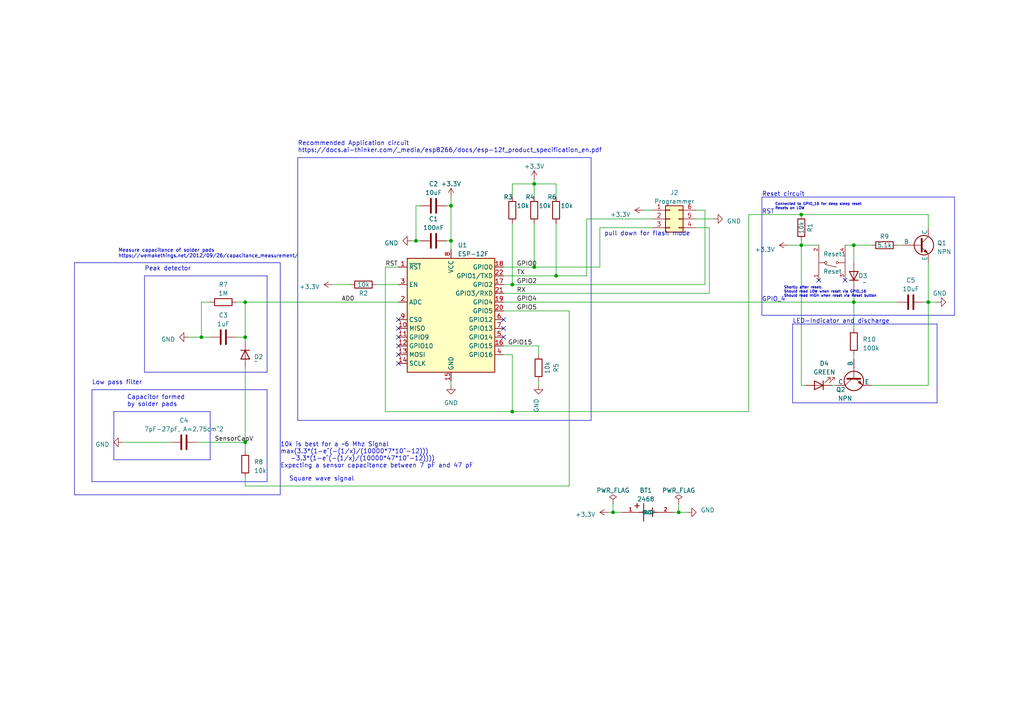
<source format=kicad_sch>
(kicad_sch (version 20230121) (generator eeschema)
  (paper "A4")
  (lib_symbols
    (symbol "Connector_Generic:Conn_02x03_Counter_Clockwise" (pin_names (offset 1.016) hide)
      (property "Reference" "J" (at 1.27 5.08 0))
      (property "Value" "Conn_02x03_Counter_Clockwise" (at 1.27 -5.08 0))
      (symbol "Conn_02x03_Counter_Clockwise_1_1"
        (rectangle (start -1.27 -2.413) (end 0 -2.667) (stroke (width 0.1524)))
        (rectangle (start -1.27 0.127) (end 0 -0.127) (stroke (width 0.1524)))
        (rectangle (start -1.27 2.667) (end 0 2.413) (stroke (width 0.1524)))
        (rectangle (start -1.27 3.81) (end 3.81 -3.81) (stroke (width 0.254)) (fill (type background)))
        (rectangle (start 3.81 -2.413) (end 2.54 -2.667) (stroke (width 0.1524)))
        (rectangle (start 3.81 0.127) (end 2.54 -0.127) (stroke (width 0.1524)))
        (rectangle (start 3.81 2.667) (end 2.54 2.413) (stroke (width 0.1524)))
        (pin passive line (at -5.08 2.54 0) (length 3.81) (name "Pin_1") (number "1"))
        (pin passive line (at -5.08 0 0) (length 3.81) (name "Pin_2") (number "2"))
        (pin passive line (at -5.08 -2.54 0) (length 3.81) (name "Pin_3") (number "3"))
        (pin passive line (at 7.62 -2.54 180) (length 3.81) (name "Pin_4") (number "4"))
        (pin passive line (at 7.62 0 180) (length 3.81) (name "Pin_5") (number "5"))
        (pin passive line (at 7.62 2.54 180) (length 3.81) (name "Pin_6") (number "6"))
      )
    )
    (symbol "Custom_Parts:2468" (pin_names (offset 1.016))
      (property "Reference" "BT" (at -3.81 3.81 0))
      (property "Value" "2468" (at 6.35 -5.08 0))
      (symbol "2468_0_0"
        (polyline (pts (xy -3.81 1.905) (xy -2.54 1.905)) (stroke (width 0.254)))
        (polyline (pts (xy -3.175 2.54) (xy -3.175 1.27)) (stroke (width 0.254)))
        (polyline (pts (xy -1.27 0) (xy -2.54 0)) (stroke (width 0.254)))
        (polyline (pts (xy -1.27 0) (xy -1.27 -2.54)) (stroke (width 0.254)))
        (polyline (pts (xy -1.27 2.54) (xy -1.27 0)) (stroke (width 0.254)))
        (polyline (pts (xy 1.27 0) (xy 1.27 -1.27)) (stroke (width 0.254)))
        (polyline (pts (xy 1.27 0) (xy 2.54 0)) (stroke (width 0.254)))
        (polyline (pts (xy 1.27 1.27) (xy 1.27 0)) (stroke (width 0.254)))
      )
      (symbol "2468_1_0"
        (pin power_in line (at -7.62 0 0) (length 5.08) (name "3.3V") (number "1"))
        (pin power_in line (at 7.62 0 180) (length 5.08) (name "GND") (number "2"))
      )
    )
    (symbol "Custom_Parts:TS-1187A-B-A-B" (pin_names hide)
      (property "Reference" "U" (at -5.08 1.27 0))
      (property "Value" "TS-1187A-B-A-B" (at 0 5.08 0))
      (symbol "TS-1187A-B-A-B_0_1"
        (circle (center 0 -2.794) (radius 0.3175) (fill (type background)))
        (polyline (pts (xy -2.54 -5.08) (xy 2.54 -5.08)))
        (polyline (pts (xy -2.54 2.54) (xy 2.54 2.54)))
        (polyline (pts (xy -0.508 0.762) (xy -1.27 -2.54)))
        (polyline (pts (xy 0 -3.302) (xy 0 -5.08)))
        (polyline (pts (xy 0 0.762) (xy 0 2.54)))
        (circle (center 0 0.508) (radius 0.3175) (fill (type background)))
      )
      (symbol "TS-1187A-B-A-B_1_1"
        (pin passive line (at -5.08 2.54 0) (length 2.54) (name "A") (number "1"))
        (pin passive line (at 5.08 2.54 180) (length 2.54) (name "B") (number "2"))
        (pin passive line (at -5.08 -5.08 0) (length 2.54) (name "C") (number "3"))
        (pin passive line (at 5.08 -5.08 180) (length 2.54) (name "D") (number "4"))
      )
    )
    (symbol "Device:C" (pin_numbers hide) (pin_names (offset 0.254))
      (property "Reference" "C" (at 0.635 2.54 0))
      (property "Value" "C" (at 0.635 -2.54 0))
      (symbol "C_0_1"
        (polyline (pts (xy -2.032 -0.762) (xy 2.032 -0.762)) (stroke (width 0.508)))
        (polyline (pts (xy -2.032 0.762) (xy 2.032 0.762)) (stroke (width 0.508)))
      )
      (symbol "C_1_1"
        (pin passive line (at 0 3.81 270) (length 2.794) (name "~") (number "1"))
        (pin passive line (at 0 -3.81 90) (length 2.794) (name "~") (number "2"))
      )
    )
    (symbol "Device:D" (pin_numbers hide) (pin_names (offset 1.016) hide)
      (property "Reference" "D" (at 0 2.54 0))
      (property "Value" "D" (at 0 -2.54 0))
      (symbol "D_0_1"
        (polyline (pts (xy -1.27 1.27) (xy -1.27 -1.27)) (stroke (width 0.254)))
        (polyline (pts (xy 1.27 0) (xy -1.27 0)))
        (polyline (pts (xy 1.27 1.27) (xy 1.27 -1.27) (xy -1.27 0) (xy 1.27 1.27)) (stroke (width 0.254)))
      )
      (symbol "D_1_1"
        (pin passive line (at -3.81 0 0) (length 2.54) (name "K") (number "1"))
        (pin passive line (at 3.81 0 180) (length 2.54) (name "A") (number "2"))
      )
    )
    (symbol "Device:LED" (pin_numbers hide) (pin_names (offset 1.016) hide)
      (property "Reference" "D" (at 0 2.54 0))
      (property "Value" "LED" (at 0 -2.54 0))
      (symbol "LED_0_1"
        (polyline (pts (xy -1.27 -1.27) (xy -1.27 1.27)) (stroke (width 0.254)))
        (polyline (pts (xy -1.27 0) (xy 1.27 0)))
        (polyline (pts (xy 1.27 -1.27) (xy 1.27 1.27) (xy -1.27 0) (xy 1.27 -1.27)) (stroke (width 0.254)))
        (polyline (pts (xy -3.048 -0.762) (xy -4.572 -2.286) (xy -3.81 -2.286) (xy -4.572 -2.286) (xy -4.572 -1.524)))
        (polyline (pts (xy -1.778 -0.762) (xy -3.302 -2.286) (xy -2.54 -2.286) (xy -3.302 -2.286) (xy -3.302 -1.524)))
      )
      (symbol "LED_1_1"
        (pin passive line (at -3.81 0 0) (length 2.54) (name "K") (number "1"))
        (pin passive line (at 3.81 0 180) (length 2.54) (name "A") (number "2"))
      )
    )
    (symbol "Device:R" (pin_numbers hide) (pin_names (offset 0))
      (property "Reference" "R" (at 2.032 0 90))
      (property "Value" "R" (at 0 0 90))
      (symbol "R_0_1"
        (rectangle (start -1.016 -2.54) (end 1.016 2.54) (stroke (width 0.254)))
      )
      (symbol "R_1_1"
        (pin passive line (at 0 3.81 270) (length 1.27) (name "~") (number "1"))
        (pin passive line (at 0 -3.81 90) (length 1.27) (name "~") (number "2"))
      )
    )
    (symbol "RF_Module:ESP-12F"
      (property "Reference" "U" (at -12.7 19.05 0))
      (property "Value" "ESP-12F" (at 12.7 19.05 0))
      (symbol "ESP-12F_0_1"
        (rectangle (start -12.7 17.78) (end 12.7 -15.24) (stroke (width 0.254)) (fill (type background)))
      )
      (symbol "ESP-12F_1_1"
        (pin input line (at -15.24 15.24 0) (length 2.54) (name "~{RST}") (number "1"))
        (pin bidirectional line (at -15.24 -2.54 0) (length 2.54) (name "MISO") (number "10"))
        (pin bidirectional line (at -15.24 -5.08 0) (length 2.54) (name "GPIO9") (number "11"))
        (pin bidirectional line (at -15.24 -7.62 0) (length 2.54) (name "GPIO10") (number "12"))
        (pin bidirectional line (at -15.24 -10.16 0) (length 2.54) (name "MOSI") (number "13"))
        (pin bidirectional line (at -15.24 -12.7 0) (length 2.54) (name "SCLK") (number "14"))
        (pin power_in line (at 0 -17.78 90) (length 2.54) (name "GND") (number "15"))
        (pin bidirectional line (at 15.24 -7.62 180) (length 2.54) (name "GPIO15") (number "16"))
        (pin bidirectional line (at 15.24 10.16 180) (length 2.54) (name "GPIO2") (number "17"))
        (pin bidirectional line (at 15.24 15.24 180) (length 2.54) (name "GPIO0") (number "18"))
        (pin bidirectional line (at 15.24 5.08 180) (length 2.54) (name "GPIO4") (number "19"))
        (pin input line (at -15.24 5.08 0) (length 2.54) (name "ADC") (number "2"))
        (pin bidirectional line (at 15.24 2.54 180) (length 2.54) (name "GPIO5") (number "20"))
        (pin bidirectional line (at 15.24 7.62 180) (length 2.54) (name "GPIO3/RXD") (number "21"))
        (pin bidirectional line (at 15.24 12.7 180) (length 2.54) (name "GPIO1/TXD") (number "22"))
        (pin input line (at -15.24 10.16 0) (length 2.54) (name "EN") (number "3"))
        (pin bidirectional line (at 15.24 -10.16 180) (length 2.54) (name "GPIO16") (number "4"))
        (pin bidirectional line (at 15.24 -5.08 180) (length 2.54) (name "GPIO14") (number "5"))
        (pin bidirectional line (at 15.24 0 180) (length 2.54) (name "GPIO12") (number "6"))
        (pin bidirectional line (at 15.24 -2.54 180) (length 2.54) (name "GPIO13") (number "7"))
        (pin power_in line (at 0 20.32 270) (length 2.54) (name "VCC") (number "8"))
        (pin input line (at -15.24 0 0) (length 2.54) (name "CS0") (number "9"))
      )
    )
    (symbol "Simulation_SPICE:NPN" (pin_numbers hide) (pin_names (offset 0))
      (property "Reference" "Q" (at -2.54 7.62 0))
      (property "Value" "NPN" (at -2.54 5.08 0))
      (symbol "NPN_0_1"
        (polyline (pts (xy -2.54 0) (xy 0.635 0)) (stroke (width 0.1524)))
        (polyline (pts (xy 0.635 0.635) (xy 2.54 2.54)))
        (polyline (pts (xy 2.794 -1.27) (xy 2.794 -1.27)) (stroke (width 0.1524)))
        (polyline (pts (xy 2.794 -1.27) (xy 2.794 -1.27)) (stroke (width 0.1524)))
        (polyline (pts (xy 0.635 -0.635) (xy 2.54 -2.54) (xy 2.54 -2.54)))
        (polyline (pts (xy 0.635 1.905) (xy 0.635 -1.905) (xy 0.635 -1.905)) (stroke (width 0.508)))
        (polyline (pts (xy 1.27 -1.778) (xy 1.778 -1.27) (xy 2.286 -2.286) (xy 1.27 -1.778) (xy 1.27 -1.778)) (fill (type outline)))
        (circle (center 1.27 0) (radius 2.8194) (stroke (width 0.254)))
      )
      (symbol "NPN_1_1"
        (pin open_collector line (at 2.54 5.08 270) (length 2.54) (name "C") (number "1"))
        (pin input line (at -5.08 0 0) (length 2.54) (name "B") (number "2"))
        (pin open_emitter line (at 2.54 -5.08 90) (length 2.54) (name "E") (number "3"))
      )
    )
    (symbol "power:+3.3V" (power) (pin_names (offset 0))
      (property "Value" "+3.3V" (at 0 3.556 0))
      (symbol "+3.3V_0_1"
        (polyline (pts (xy -0.762 1.27) (xy 0 2.54)))
        (polyline (pts (xy 0 0) (xy 0 2.54)))
        (polyline (pts (xy 0 2.54) (xy 0.762 1.27)))
      )
      (symbol "+3.3V_1_1"
        (pin power_in line (at 0 0 90) (length 0) hide (name "+3.3V") (number "1"))
      )
    )
    (symbol "power:GND" (power) (pin_names (offset 0))
      (property "Value" "GND" (at 0 -3.81 0))
      (symbol "GND_0_1"
        (polyline (pts (xy 0 0) (xy 0 -1.27) (xy 1.27 -1.27) (xy 0 -2.54) (xy -1.27 -1.27) (xy 0 -1.27)))
      )
      (symbol "GND_1_1"
        (pin power_in line (at 0 0 270) (length 0) hide (name "GND") (number "1"))
      )
    )
    (symbol "power:PWR_FLAG" (power) (pin_numbers hide) (pin_names (offset 0) hide)
      (property "Value" "PWR_FLAG" (at 0 3.81 0))
      (symbol "PWR_FLAG_0_0"
        (pin power_out line (at 0 0 90) (length 0) (name "pwr") (number "1"))
      )
      (symbol "PWR_FLAG_0_1"
        (polyline (pts (xy 0 0) (xy 0 1.27) (xy -1.016 1.905) (xy 0 2.54) (xy 1.016 1.905) (xy 0 1.27)))
      )
    )
  )
  (junction (at 154.94 77.47))
  (junction (at 130.81 69.85))
  (junction (at 161.29 80.01))
  (junction (at 196.85 148.59))
  (junction (at 247.65 87.63))
  (junction (at 232.41 71.12))
  (junction (at 120.65 69.85))
  (junction (at 148.59 82.55))
  (junction (at 58.42 97.79))
  (junction (at 269.24 87.63))
  (junction (at 154.94 53.34))
  (junction (at 232.41 62.23))
  (junction (at 148.59 119.38))
  (junction (at 71.12 128.27))
  (junction (at 247.65 71.12))
  (junction (at 71.12 97.79))
  (junction (at 177.8 148.59))
  (junction (at 130.81 59.69))
  (junction (at 71.12 87.63))
  (no_connect (at 245.11 81.28))
  (no_connect (at 115.57 105.41))
  (no_connect (at 115.57 97.79))
  (no_connect (at 115.57 102.87))
  (no_connect (at 146.05 95.25))
  (no_connect (at 237.49 81.28))
  (no_connect (at 115.57 92.71))
  (no_connect (at 115.57 100.33))
  (no_connect (at 146.05 92.71))
  (no_connect (at 146.05 97.79))
  (no_connect (at 115.57 95.25))
  (wire (pts (xy 120.65 69.85) (xy 121.92 69.85)))
  (polyline (pts (xy 26.67 139.7) (xy 77.47 139.7)))
  (polyline (pts (xy 33.02 119.38) (xy 33.02 133.35)))
  (wire (pts (xy 269.24 62.23) (xy 269.24 66.04)))
  (wire (pts (xy 205.74 66.04) (xy 205.74 85.09)))
  (wire (pts (xy 148.59 64.77) (xy 148.59 82.55)))
  (wire (pts (xy 154.94 64.77) (xy 154.94 77.47)))
  (wire (pts (xy 148.59 82.55) (xy 204.47 82.55)))
  (wire (pts (xy 146.05 87.63) (xy 247.65 87.63)))
  (wire (pts (xy 148.59 102.87) (xy 148.59 119.38)))
  (wire (pts (xy 111.76 77.47) (xy 111.76 119.38)))
  (polyline (pts (xy 60.96 133.35) (xy 60.96 119.38)))
  (polyline (pts (xy 276.86 91.44) (xy 220.98 91.44)))
  (wire (pts (xy 232.41 62.23) (xy 269.24 62.23)))
  (wire (pts (xy 186.69 60.96) (xy 189.23 60.96)))
  (wire (pts (xy 245.11 71.12) (xy 247.65 71.12)))
  (wire (pts (xy 247.65 71.12) (xy 252.73 71.12)))
  (polyline (pts (xy 21.59 76.2) (xy 81.28 76.2)))
  (wire (pts (xy 156.21 102.87) (xy 156.21 100.33)))
  (wire (pts (xy 58.42 97.79) (xy 60.96 97.79)))
  (wire (pts (xy 109.22 82.55) (xy 115.57 82.55)))
  (wire (pts (xy 71.12 138.43) (xy 71.12 140.97)))
  (wire (pts (xy 177.8 146.05) (xy 177.8 148.59)))
  (wire (pts (xy 232.41 69.85) (xy 232.41 71.12)))
  (wire (pts (xy 130.81 57.15) (xy 130.81 59.69)))
  (wire (pts (xy 269.24 87.63) (xy 269.24 111.76)))
  (wire (pts (xy 119.38 69.85) (xy 120.65 69.85)))
  (wire (pts (xy 247.65 87.63) (xy 247.65 95.25)))
  (wire (pts (xy 196.85 148.59) (xy 199.39 148.59)))
  (wire (pts (xy 57.15 128.27) (xy 71.12 128.27)))
  (wire (pts (xy 217.17 62.23) (xy 232.41 62.23)))
  (wire (pts (xy 232.41 111.76) (xy 233.68 111.76)))
  (wire (pts (xy 195.58 148.59) (xy 196.85 148.59)))
  (polyline (pts (xy 271.78 93.98) (xy 271.78 116.84)))
  (wire (pts (xy 247.65 83.82) (xy 247.65 87.63)))
  (polyline (pts (xy 271.78 116.84) (xy 229.87 116.84)))
  (wire (pts (xy 196.85 146.05) (xy 196.85 148.59)))
  (wire (pts (xy 146.05 102.87) (xy 148.59 102.87)))
  (wire (pts (xy 129.54 59.69) (xy 130.81 59.69)))
  (wire (pts (xy 232.41 71.12) (xy 232.41 111.76)))
  (wire (pts (xy 68.58 87.63) (xy 71.12 87.63)))
  (polyline (pts (xy 21.59 143.51) (xy 81.28 143.51)))
  (wire (pts (xy 120.65 59.69) (xy 120.65 69.85)))
  (wire (pts (xy 96.52 82.55) (xy 101.6 82.55)))
  (wire (pts (xy 71.12 87.63) (xy 115.57 87.63)))
  (wire (pts (xy 161.29 80.01) (xy 170.18 80.01)))
  (wire (pts (xy 154.94 77.47) (xy 173.99 77.47)))
  (wire (pts (xy 60.96 87.63) (xy 58.42 87.63)))
  (wire (pts (xy 252.73 111.76) (xy 269.24 111.76)))
  (wire (pts (xy 154.94 53.34) (xy 154.94 57.15)))
  (wire (pts (xy 165.1 90.17) (xy 165.1 140.97)))
  (wire (pts (xy 177.8 148.59) (xy 180.34 148.59)))
  (wire (pts (xy 54.61 97.79) (xy 58.42 97.79)))
  (wire (pts (xy 232.41 71.12) (xy 237.49 71.12)))
  (wire (pts (xy 146.05 90.17) (xy 165.1 90.17)))
  (wire (pts (xy 148.59 53.34) (xy 148.59 57.15)))
  (wire (pts (xy 241.3 111.76) (xy 242.57 111.76)))
  (wire (pts (xy 201.93 60.96) (xy 204.47 60.96)))
  (wire (pts (xy 146.05 77.47) (xy 154.94 77.47)))
  (wire (pts (xy 121.92 59.69) (xy 120.65 59.69)))
  (wire (pts (xy 111.76 77.47) (xy 115.57 77.47)))
  (polyline (pts (xy 220.98 57.15) (xy 220.98 91.44)))
  (polyline (pts (xy 276.86 57.15) (xy 276.86 91.44)))
  (polyline (pts (xy 171.45 121.92) (xy 171.45 45.72)))
  (wire (pts (xy 161.29 53.34) (xy 161.29 57.15)))
  (polyline (pts (xy 229.87 93.98) (xy 271.78 93.98)))
  (wire (pts (xy 35.56 128.27) (xy 49.53 128.27)))
  (wire (pts (xy 247.65 71.12) (xy 247.65 76.2)))
  (wire (pts (xy 146.05 82.55) (xy 148.59 82.55)))
  (wire (pts (xy 148.59 53.34) (xy 154.94 53.34)))
  (polyline (pts (xy 86.36 45.72) (xy 171.45 45.72)))
  (polyline (pts (xy 26.67 113.03) (xy 77.47 113.03)))
  (wire (pts (xy 176.53 148.59) (xy 177.8 148.59)))
  (wire (pts (xy 130.81 69.85) (xy 130.81 72.39)))
  (polyline (pts (xy 220.98 57.15) (xy 276.86 57.15)))
  (wire (pts (xy 146.05 85.09) (xy 205.74 85.09)))
  (wire (pts (xy 130.81 59.69) (xy 130.81 69.85)))
  (polyline (pts (xy 21.59 143.51) (xy 21.59 76.2)))
  (wire (pts (xy 201.93 63.5) (xy 207.01 63.5)))
  (wire (pts (xy 71.12 87.63) (xy 71.12 97.79)))
  (wire (pts (xy 129.54 69.85) (xy 130.81 69.85)))
  (polyline (pts (xy 33.02 119.38) (xy 60.96 119.38)))
  (polyline (pts (xy 86.36 121.92) (xy 171.45 121.92)))
  (wire (pts (xy 247.65 102.87) (xy 247.65 104.14)))
  (polyline (pts (xy 26.67 113.03) (xy 26.67 139.7)))
  (wire (pts (xy 260.35 71.12) (xy 261.62 71.12)))
  (wire (pts (xy 165.1 140.97) (xy 71.12 140.97)))
  (polyline (pts (xy 229.87 93.98) (xy 229.87 116.84)))
  (wire (pts (xy 68.58 97.79) (xy 71.12 97.79)))
  (polyline (pts (xy 33.02 133.35) (xy 60.96 133.35)))
  (polyline (pts (xy 86.36 45.72) (xy 86.36 121.92)))
  (polyline (pts (xy 41.91 107.95) (xy 77.47 107.95)))
  (polyline (pts (xy 41.91 80.01) (xy 41.91 107.95)))
  (wire (pts (xy 71.12 128.27) (xy 71.12 130.81)))
  (wire (pts (xy 71.12 97.79) (xy 71.12 99.06)))
  (wire (pts (xy 173.99 66.04) (xy 173.99 77.47)))
  (wire (pts (xy 204.47 60.96) (xy 204.47 82.55)))
  (wire (pts (xy 130.81 110.49) (xy 130.81 111.76)))
  (wire (pts (xy 154.94 52.07) (xy 154.94 53.34)))
  (wire (pts (xy 156.21 110.49) (xy 156.21 111.76)))
  (wire (pts (xy 148.59 119.38) (xy 217.17 119.38)))
  (wire (pts (xy 71.12 106.68) (xy 71.12 128.27)))
  (wire (pts (xy 170.18 80.01) (xy 170.18 63.5)))
  (wire (pts (xy 146.05 100.33) (xy 156.21 100.33)))
  (wire (pts (xy 173.99 66.04) (xy 189.23 66.04)))
  (wire (pts (xy 58.42 87.63) (xy 58.42 97.79)))
  (wire (pts (xy 154.94 53.34) (xy 161.29 53.34)))
  (wire (pts (xy 269.24 76.2) (xy 269.24 87.63)))
  (polyline (pts (xy 77.47 80.01) (xy 41.91 80.01)))
  (wire (pts (xy 161.29 64.77) (xy 161.29 80.01)))
  (wire (pts (xy 217.17 62.23) (xy 217.17 119.38)))
  (wire (pts (xy 205.74 66.04) (xy 201.93 66.04)))
  (polyline (pts (xy 77.47 139.7) (xy 77.47 113.03)))
  (wire (pts (xy 170.18 63.5) (xy 189.23 63.5)))
  (wire (pts (xy 269.24 87.63) (xy 271.78 87.63)))
  (polyline (pts (xy 77.47 80.01) (xy 77.47 107.95)))
  (wire (pts (xy 228.6 71.12) (xy 232.41 71.12)))
  (wire (pts (xy 267.97 87.63) (xy 269.24 87.63)))
  (wire (pts (xy 148.59 119.38) (xy 111.76 119.38)))
  (wire (pts (xy 247.65 87.63) (xy 260.35 87.63)))
  (wire (pts (xy 146.05 80.01) (xy 161.29 80.01)))
  (polyline (pts (xy 81.28 76.2) (xy 81.28 143.51)))
  (text "Capacitor formed\nby solder pads" (at 36.83 118.11 0) (effects (font (size 1.27 1.27)) (justify left bottom)))
  (text "Square wave signal" (at 83.82 139.7 0) (effects (font (size 1.27 1.27)) (justify left bottom)))
  (text "10k is best for a ~6 Mhz Signal\nmax(3.3*(1-e^(-(1/x)/(10000*7*10^-12)))\n   -3.3*(1-e^(-(1/x)/(10000*47*10^-12))))\nExpecting a sensor capacitance between 7 pF and 47 pF" (at 81.28 135.89 0) (effects (font (size 1.27 1.27)) (justify left bottom)))
  (text "Connected to GPIO_16 for deep sleep reset\nResets on LOW" (at 224.79 60.96 0) (effects (font (size 0.75 0.75)) (justify left bottom)))
  (text "Shortly after reset:\nShould read LOW when reset via GPIO_16\nShould read HIGH when reset via Reset button" (at 227.33 86.36 0) (effects (font (size 0.75 0.75)) (justify left bottom)))
  (text "Recommended Application circuit\nhttps://docs.ai-thinker.com/_media/esp8266/docs/esp-12f_product_specification_en.pdf" (at 86.36 44.45 0) (effects (font (size 1.27 1.27)) (justify left bottom)))
  (text "GPIO_4" (at 220.98 87.63 0) (effects (font (size 1.27 1.27)) (justify left bottom)))
  (text "Measure capacitance of solder pads\nhttps://wemakethings.net/2012/09/26/capacitance_measurement/" (at 34.29 74.93 0) (effects (font (size 1 1)) (justify left bottom)))
  (text "Peak detector" (at 41.91 78.74 0) (effects (font (size 1.27 1.27)) (justify left bottom)))
  (text "RST" (at 220.98 62.23 0) (effects (font (size 1.27 1.27)) (justify left bottom)))
  (text "pull down for flash mode" (at 175.26 68.58 0) (effects (font (size 1.27 1.27)) (justify left bottom)))
  (text "Low pass filter" (at 26.67 111.76 0) (effects (font (size 1.27 1.27)) (justify left bottom)))
  (text "LED-Indicator and discharge" (at 229.87 93.98 0) (effects (font (size 1.27 1.27)) (justify left bottom)))
  (text "Reset circuit" (at 220.98 57.15 0) (effects (font (size 1.27 1.27)) (justify left bottom)))
  (label "GPIO15" (at 147.32 100.33 0))
  (label "AD0" (at 99.06 87.63 0))
  (label "TX" (at 149.86 80.01 0))
  (label "GPIO0" (at 149.86 77.47 0))
  (label "SensorCapV" (at 62.23 128.27 0))
  (label "RX" (at 149.86 85.09 0))
  (label "GPIO5" (at 149.86 90.17 0))
  (label "RST" (at 111.76 77.47 0))
  (label "GPIO2" (at 149.86 82.55 0))
  (label "GPIO4" (at 149.86 87.63 0))
  (symbol (lib_id "Device:R") (at 232.41 66.04 180) (unit 1)
    (property "Reference" "R1" (at 234.95 66.04 90))
    (property "Value" "10k" (at 232.41 66.04 90))
    (property "Footprint" "Resistor_SMD:R_0402_1005Metric" (effects hide))
    (property "LCSC" "C25744" (effects hide))
    (property "MPN" "C25744" (effects hide))
  )
  (symbol (lib_id "Connector_Generic:Conn_02x03_Counter_Clockwise") (at 194.31 63.5 0) (unit 1) (in_bom no)
    (property "Reference" "J2" (at 195.58 55.88 0))
    (property "Value" "Programmer" (at 195.58 58.42 0))
    (property "Footprint" "Connector_PinHeader_2.54mm:PinHeader_2x03_P2.54mm_Vertical" (effects hide))
  )
  (symbol (lib_id "Simulation_SPICE:NPN") (at 266.7 71.12 0) (unit 1)
    (property "Reference" "Q1" (at 271.78 70.485 0) (effects (justify left)))
    (property "Value" "NPN" (at 271.78 73.025 0) (effects (justify left)))
    (property "Footprint" "Package_TO_SOT_SMD:SOT-23" (effects hide))
    (property "Sim.Device" "NPN" (effects hide))
    (property "Sim.Type" "GUMMELPOON" (effects hide))
    (property "Sim.Pins" "1=C 2=B 3=E" (effects hide))
    (property "LCSC" "C2146" (effects hide))
    (property "MPN" "C2146" (effects hide))
    (property "JLCPCB Rotation Offset" "180" (effects hide))
  )
  (symbol (lib_id "power:GND") (at 54.61 97.79 270) (unit 1)
    (property "Reference" "#PWR013" (effects hide))
    (property "Value" "GND" (at 50.8 98.425 90) (effects (justify right)))
  )
  (symbol (lib_id "Device:D") (at 247.65 80.01 90) (unit 1)
    (property "Reference" "D3" (at 248.92 80.01 90) (effects (justify right)))
    (property "Value" "~" (at 250.19 81.915 90) (effects (justify right)))
    (property "Footprint" "Diode_SMD:D_SOD-123F" (effects hide))
    (property "Sim.Device" "D" (effects hide))
    (property "Sim.Pins" "1=K 2=A" (effects hide))
    (property "LCSC" "C81598" (effects hide))
    (property "MPN" "C81598" (effects hide))
  )
  (symbol (lib_id "power:+3.3V") (at 186.69 60.96 90) (unit 1)
    (property "Reference" "#PWR06" (effects hide))
    (property "Value" "+3.3V" (at 182.88 62.23 90) (effects (justify left)))
  )
  (symbol (lib_id "Device:C") (at 125.73 69.85 90) (unit 1)
    (property "Reference" "C1" (at 125.73 63.5 90))
    (property "Value" "100nF" (at 125.73 66.04 90))
    (property "Footprint" "Capacitor_SMD:C_0402_1005Metric" (effects hide))
    (property "LCSC" "C1525" (effects hide))
    (property "MPN" "C1525" (effects hide))
  )
  (symbol (lib_id "power:PWR_FLAG") (at 177.8 146.05 0) (unit 1)
    (property "Reference" "#FLG01" (effects hide))
    (property "Value" "PWR_FLAG" (at 177.8 142.24 0))
  )
  (symbol (lib_id "Device:R") (at 148.59 60.96 0) (unit 1)
    (property "Reference" "R3" (at 146.05 57.15 0) (effects (justify left)))
    (property "Value" "10k" (at 149.86 59.69 0) (effects (justify left)))
    (property "Footprint" "Resistor_SMD:R_0402_1005Metric" (effects hide))
    (property "LCSC" "C25744" (effects hide))
    (property "MPN" "C25744" (effects hide))
  )
  (symbol (lib_id "power:+3.3V") (at 130.81 57.15 0) (unit 1)
    (property "Reference" "#PWR01" (effects hide))
    (property "Value" "+3.3V" (at 130.81 53.34 0))
  )
  (symbol (lib_id "power:GND") (at 35.56 128.27 270) (unit 1)
    (property "Reference" "#PWR014" (effects hide))
    (property "Value" "GND" (at 31.75 128.905 90) (effects (justify right)))
  )
  (symbol (lib_id "power:GND") (at 156.21 111.76 0) (unit 1)
    (property "Reference" "#PWR012" (effects hide))
    (property "Value" "GND" (at 155.575 115.57 90) (effects (justify right)))
  )
  (symbol (lib_id "power:GND") (at 130.81 111.76 0) (unit 1)
    (property "Reference" "#PWR02" (effects hide))
    (property "Value" "GND" (at 130.81 116.84 0))
  )
  (symbol (lib_id "power:GND") (at 119.38 69.85 270) (unit 1)
    (property "Reference" "#PWR03" (effects hide))
    (property "Value" "GND" (at 115.57 70.485 90) (effects (justify right)))
  )
  (symbol (lib_id "power:GND") (at 199.39 148.59 90) (unit 1)
    (property "Reference" "#PWR07" (effects hide))
    (property "Value" "GND" (at 203.2 147.955 90) (effects (justify right)))
  )
  (symbol (lib_id "power:+3.3V") (at 154.94 52.07 0) (unit 1)
    (property "Reference" "#PWR08" (effects hide))
    (property "Value" "+3.3V" (at 154.94 48.26 0))
  )
  (symbol (lib_id "Device:R") (at 256.54 71.12 90) (unit 1)
    (property "Reference" "R9" (at 256.54 68.58 90))
    (property "Value" "5.1k" (at 256.54 71.12 90))
    (property "Footprint" "Resistor_SMD:R_0402_1005Metric" (effects hide))
    (property "LCSC" "C25905" (effects hide))
    (property "MPN" "C25905" (effects hide))
  )
  (symbol (lib_id "Device:C") (at 64.77 97.79 90) (unit 1)
    (property "Reference" "C3" (at 64.77 91.44 90))
    (property "Value" "1uF" (at 64.77 93.98 90))
    (property "Footprint" "Capacitor_SMD:C_0402_1005Metric" (effects hide))
    (property "LCSC" "C52923" (effects hide))
    (property "MPN" "C52923" (effects hide))
  )
  (symbol (lib_id "Device:R") (at 154.94 60.96 0) (unit 1)
    (property "Reference" "R4" (at 152.4 57.15 0) (effects (justify left)))
    (property "Value" "10k" (at 156.21 59.69 0) (effects (justify left)))
    (property "Footprint" "Resistor_SMD:R_0402_1005Metric" (effects hide))
    (property "LCSC" "C25744" (effects hide))
    (property "MPN" "C25744" (effects hide))
  )
  (symbol (lib_id "power:+3.3V") (at 96.52 82.55 90) (unit 1)
    (property "Reference" "#PWR04" (effects hide))
    (property "Value" "+3.3V" (at 92.71 83.185 90) (effects (justify left)))
  )
  (symbol (lib_id "power:GND") (at 207.01 63.5 90) (unit 1)
    (property "Reference" "#PWR010" (effects hide))
    (property "Value" "GND" (at 210.82 64.135 90) (effects (justify right)))
  )
  (symbol (lib_id "power:+3.3V") (at 228.6 71.12 90) (unit 1)
    (property "Reference" "#PWR011" (effects hide))
    (property "Value" "+3.3V" (at 224.79 72.39 90) (effects (justify left)))
  )
  (symbol (lib_id "Device:C") (at 264.16 87.63 90) (unit 1)
    (property "Reference" "C5" (at 264.16 81.28 90))
    (property "Value" "10uF" (at 264.16 83.82 90))
    (property "Footprint" "Capacitor_SMD:C_0402_1005Metric" (effects hide))
    (property "LCSC" "C15525" (effects hide))
    (property "MPN" "C15525" (effects hide))
  )
  (symbol (lib_id "Device:R") (at 161.29 60.96 0) (unit 1)
    (property "Reference" "R6" (at 158.75 57.15 0) (effects (justify left)))
    (property "Value" "10k" (at 162.56 59.69 0) (effects (justify left)))
    (property "Footprint" "Resistor_SMD:R_0402_1005Metric" (effects hide))
    (property "LCSC" "C25744" (effects hide))
    (property "MPN" "C25744" (effects hide))
  )
  (symbol (lib_id "Device:LED") (at 237.49 111.76 180) (unit 1)
    (property "Reference" "D4" (at 239.0775 105.41 0))
    (property "Value" "GREEN" (at 239.0775 107.95 0))
    (property "Footprint" "LED_SMD:LED_0805_2012Metric" (effects hide))
    (property "LCSC" "C2297" (effects hide))
    (property "MPN" "C2297" (effects hide))
  )
  (symbol (lib_id "Device:D") (at 71.12 102.87 270) (unit 1)
    (property "Reference" "D2" (at 73.66 103.505 90) (effects (justify left)))
    (property "Value" "~" (at 73.66 104.775 90) (effects (justify left)))
    (property "Footprint" "Diode_SMD:D_SOD-123F" (effects hide))
    (property "Sim.Device" "D" (effects hide))
    (property "Sim.Pins" "1=K 2=A" (effects hide))
    (property "LCSC" "C81598" (effects hide))
    (property "MPN" "C81598" (effects hide))
  )
  (symbol (lib_id "Device:C") (at 53.34 128.27 90) (unit 1)
    (property "Reference" "C4" (at 53.34 121.92 90))
    (property "Value" "7pF-27pF, A=2.75cm^2" (at 53.34 124.46 90))
  )
  (symbol (lib_id "power:GND") (at 271.78 87.63 90) (unit 1)
    (property "Reference" "#PWR016" (effects hide))
    (property "Value" "GND" (at 270.51 85.09 90) (effects (justify right)))
  )
  (symbol (lib_id "Device:R") (at 247.65 99.06 0) (unit 1)
    (property "Reference" "R10" (at 250.19 98.425 0) (effects (justify left)))
    (property "Value" "100k" (at 250.19 100.965 0) (effects (justify left)))
    (property "Footprint" "Resistor_SMD:R_0402_1005Metric" (effects hide))
    (property "LCSC" "C25741" (effects hide))
    (property "MPN" "C25741" (effects hide))
  )
  (symbol (lib_id "Simulation_SPICE:NPN") (at 247.65 109.22 90) (mirror x) (unit 1)
    (property "Reference" "Q2" (at 243.84 113.03 90))
    (property "Value" "NPN" (at 245.11 115.57 90))
    (property "Footprint" "Package_TO_SOT_SMD:SOT-23" (effects hide))
    (property "Sim.Device" "NPN" (effects hide))
    (property "Sim.Type" "GUMMELPOON" (effects hide))
    (property "Sim.Pins" "1=C 2=B 3=E" (effects hide))
    (property "LCSC" "C2146" (effects hide))
    (property "MPN" "C2146" (effects hide))
    (property "JLCPCB Rotation Offset" "180" (effects hide))
  )
  (symbol (lib_id "Device:R") (at 105.41 82.55 90) (unit 1)
    (property "Reference" "R2" (at 105.41 85.09 90))
    (property "Value" "10k" (at 105.41 82.55 90))
    (property "Footprint" "Resistor_SMD:R_0402_1005Metric" (effects hide))
    (property "LCSC" "C25744" (effects hide))
    (property "MPN" "C25744" (effects hide))
  )
  (symbol (lib_id "power:+3.3V") (at 176.53 148.59 90) (unit 1)
    (property "Reference" "#PWR09" (effects hide))
    (property "Value" "+3.3V" (at 172.72 149.225 90) (effects (justify left)))
  )
  (symbol (lib_id "power:PWR_FLAG") (at 196.85 146.05 0) (unit 1)
    (property "Reference" "#FLG02" (effects hide))
    (property "Value" "PWR_FLAG" (at 196.85 142.24 0))
  )
  (symbol (lib_id "Device:C") (at 125.73 59.69 90) (unit 1)
    (property "Reference" "C2" (at 125.73 53.34 90))
    (property "Value" "10uF" (at 125.73 55.88 90))
    (property "Footprint" "Capacitor_SMD:C_0402_1005Metric" (effects hide))
    (property "LCSC" "C15525" (effects hide))
    (property "MPN" "C15525" (effects hide))
  )
  (symbol (lib_id "Custom_Parts:TS-1187A-B-A-B") (at 240.03 76.2 90) (unit 1)
    (property "Reference" "Reset1" (at 238.76 73.66 90) (effects (justify right)))
    (property "Value" "Reset" (at 238.76 78.74 90) (effects (justify right)))
    (property "Footprint" "CustomFootprints:SW_Push_1P1T_XKB_TS-1187A" (effects hide))
    (property "Datasheet" "https://item.szlcsc.com/300285.html" (effects hide))
    (property "LCSC" "C318884" (effects hide))
    (property "MPN" "C318884" (effects hide))
  )
  (symbol (lib_id "RF_Module:ESP-12F") (at 130.81 92.71 0) (unit 1)
    (property "Reference" "U1" (at 132.7659 71.12 0) (effects (justify left)))
    (property "Value" "ESP-12F" (at 132.7659 73.66 0) (effects (justify left)))
    (property "Footprint" "RF_Module:ESP-12E" (effects hide))
    (property "Datasheet" "http://wiki.ai-thinker.com/_media/esp8266/esp8266_series_modules_user_manual_v1.1.pdf" (effects hide))
    (property "LCSC" "C82891" (effects hide))
    (property "MPN" "C82891" (effects hide))
    (property "JLCPCB Rotation Offset" "-90" (effects hide))
    (property "JLCPCB Position Offset" "4.1,0" (effects hide))
  )
  (symbol (lib_id "Device:R") (at 64.77 87.63 90) (unit 1)
    (property "Reference" "R7" (at 64.77 82.55 90))
    (property "Value" "1M" (at 64.77 85.09 90))
    (property "Footprint" "Resistor_SMD:R_0402_1005Metric" (effects hide))
    (property "LCSC" "C26083" (effects hide))
    (property "MPN" "C26083" (effects hide))
  )
  (symbol (lib_id "Device:R") (at 156.21 106.68 0) (unit 1)
    (property "Reference" "R5" (at 161.29 106.68 90))
    (property "Value" "10k" (at 158.75 106.68 90))
    (property "Footprint" "Resistor_SMD:R_0402_1005Metric" (effects hide))
    (property "LCSC" "C25744" (effects hide))
    (property "MPN" "C25744" (effects hide))
  )
  (symbol (lib_id "Custom_Parts:2468") (at 187.96 148.59 0) (unit 1) (in_bom no)
    (property "Reference" "BT1" (at 187.325 142.24 0))
    (property "Value" "2468" (at 187.325 144.78 0))
    (property "Footprint" "CustomFootprints:BAT_2468" (effects hide))
    (property "PARTREV" "D" (effects hide))
    (property "STANDARD" "Manufacturer Recommendations" (effects hide))
    (property "SNAPEDA_PN" "2468" (effects hide))
    (property "MAXIMUM_PACKAGE_HEIGHT" "13.25" (effects hide))
    (property "MANUFACTURER" "Keystone" (effects hide))
  )
  (symbol (lib_id "Device:R") (at 71.12 134.62 0) (unit 1)
    (property "Reference" "R8" (at 73.66 133.985 0) (effects (justify left)))
    (property "Value" "10k" (at 73.66 136.525 0) (effects (justify left)))
    (property "Footprint" "Resistor_SMD:R_0402_1005Metric" (effects hide))
    (property "LCSC" "C25744" (effects hide))
    (property "MPN" "C25744" (effects hide))
  )
)
</source>
